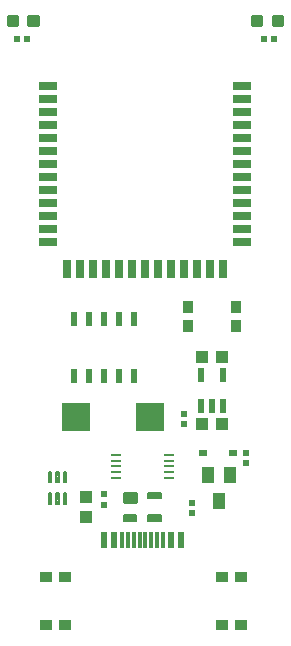
<source format=gbr>
G04 EAGLE Gerber RS-274X export*
G75*
%MOMM*%
%FSLAX34Y34*%
%LPD*%
%INSolderpaste Top*%
%IPPOS*%
%AMOC8*
5,1,8,0,0,1.08239X$1,22.5*%
G01*
%ADD10R,1.500000X0.650000*%
%ADD11R,0.650000X1.500000*%
%ADD12R,0.550000X1.200000*%
%ADD13R,2.368000X2.403600*%
%ADD14R,1.000000X0.900000*%
%ADD15R,0.900000X1.000000*%
%ADD16C,0.300000*%
%ADD17R,0.540000X0.600000*%
%ADD18R,1.100000X1.000000*%
%ADD19R,0.600000X0.540000*%
%ADD20R,0.600000X1.450000*%
%ADD21R,0.300000X1.450000*%
%ADD22C,0.200000*%
%ADD23R,1.000000X1.400000*%
%ADD24R,0.800000X0.600000*%
%ADD25C,0.247500*%
%ADD26C,0.147500*%
%ADD27R,0.508000X1.270000*%
%ADD28R,0.875000X0.250000*%
%ADD29R,1.000000X1.100000*%


D10*
X43100Y453400D03*
X43100Y442400D03*
X43100Y431400D03*
X43100Y420400D03*
X43100Y409400D03*
X43100Y398400D03*
X43100Y387400D03*
X43100Y376400D03*
X43100Y365400D03*
X43100Y354400D03*
X43100Y343400D03*
X43100Y332400D03*
D11*
X59300Y308900D03*
X70300Y308900D03*
X81300Y308900D03*
X92300Y308900D03*
X103300Y308900D03*
X114300Y308900D03*
X125300Y308900D03*
D10*
X43100Y464400D03*
X207000Y453400D03*
X207000Y442400D03*
X207000Y431400D03*
X207000Y420400D03*
X207000Y409400D03*
X207000Y398400D03*
X207000Y387400D03*
X207000Y376400D03*
X207000Y365400D03*
X207000Y354400D03*
X207000Y343400D03*
X207000Y332400D03*
X207000Y464400D03*
D11*
X136300Y308900D03*
X147300Y308900D03*
X158300Y308900D03*
X169300Y308900D03*
X180300Y308900D03*
X191300Y308900D03*
D12*
X172500Y192999D03*
X182000Y192999D03*
X191500Y192999D03*
X191500Y219001D03*
X172500Y219001D03*
D13*
X129000Y184000D03*
X66576Y184000D03*
D14*
X41000Y48500D03*
X57000Y48500D03*
X57000Y7500D03*
X41000Y7500D03*
D15*
X161500Y261000D03*
X161500Y277000D03*
X202500Y277000D03*
X202500Y261000D03*
D16*
X16730Y515500D02*
X16730Y522500D01*
X16730Y515500D02*
X9730Y515500D01*
X9730Y522500D01*
X16730Y522500D01*
X16730Y518350D02*
X9730Y518350D01*
X9730Y521200D02*
X16730Y521200D01*
X34270Y522500D02*
X34270Y515500D01*
X27270Y515500D01*
X27270Y522500D01*
X34270Y522500D01*
X34270Y518350D02*
X27270Y518350D01*
X27270Y521200D02*
X34270Y521200D01*
X234270Y522500D02*
X234270Y515500D01*
X234270Y522500D02*
X241270Y522500D01*
X241270Y515500D01*
X234270Y515500D01*
X234270Y518350D02*
X241270Y518350D01*
X241270Y521200D02*
X234270Y521200D01*
X216730Y522500D02*
X216730Y515500D01*
X216730Y522500D02*
X223730Y522500D01*
X223730Y515500D01*
X216730Y515500D01*
X216730Y518350D02*
X223730Y518350D01*
X223730Y521200D02*
X216730Y521200D01*
D17*
X225680Y504000D03*
X234320Y504000D03*
X25320Y504000D03*
X16680Y504000D03*
D18*
X173000Y178000D03*
X190000Y178000D03*
X173000Y235000D03*
X190000Y235000D03*
D14*
X190000Y48500D03*
X206000Y48500D03*
X206000Y7500D03*
X190000Y7500D03*
D19*
X158000Y186320D03*
X158000Y177680D03*
D20*
X90500Y79950D03*
X98500Y79950D03*
D21*
X120500Y79950D03*
X115500Y79950D03*
X110500Y79950D03*
X105500Y79950D03*
X125500Y79950D03*
X130500Y79950D03*
X135500Y79950D03*
X140500Y79950D03*
D20*
X147500Y79950D03*
X155500Y79950D03*
D19*
X90000Y118320D03*
X90000Y109680D03*
D22*
X56500Y128750D02*
X56500Y137650D01*
X58500Y137650D01*
X58500Y128750D01*
X56500Y128750D01*
X56500Y130650D02*
X58500Y130650D01*
X58500Y132550D02*
X56500Y132550D01*
X56500Y134450D02*
X58500Y134450D01*
X58500Y136350D02*
X56500Y136350D01*
X50000Y137650D02*
X50000Y128750D01*
X50000Y137650D02*
X52000Y137650D01*
X52000Y128750D01*
X50000Y128750D01*
X50000Y130650D02*
X52000Y130650D01*
X52000Y132550D02*
X50000Y132550D01*
X50000Y134450D02*
X52000Y134450D01*
X52000Y136350D02*
X50000Y136350D01*
X43500Y137650D02*
X43500Y128750D01*
X43500Y137650D02*
X45500Y137650D01*
X45500Y128750D01*
X43500Y128750D01*
X43500Y130650D02*
X45500Y130650D01*
X45500Y132550D02*
X43500Y132550D01*
X43500Y134450D02*
X45500Y134450D01*
X45500Y136350D02*
X43500Y136350D01*
X45500Y119250D02*
X45500Y110350D01*
X43500Y110350D01*
X43500Y119250D01*
X45500Y119250D01*
X45500Y112250D02*
X43500Y112250D01*
X43500Y114150D02*
X45500Y114150D01*
X45500Y116050D02*
X43500Y116050D01*
X43500Y117950D02*
X45500Y117950D01*
X52000Y119250D02*
X52000Y110350D01*
X50000Y110350D01*
X50000Y119250D01*
X52000Y119250D01*
X52000Y112250D02*
X50000Y112250D01*
X50000Y114150D02*
X52000Y114150D01*
X52000Y116050D02*
X50000Y116050D01*
X50000Y117950D02*
X52000Y117950D01*
X58500Y119250D02*
X58500Y110350D01*
X56500Y110350D01*
X56500Y119250D01*
X58500Y119250D01*
X58500Y112250D02*
X56500Y112250D01*
X56500Y114150D02*
X58500Y114150D01*
X58500Y116050D02*
X56500Y116050D01*
X56500Y117950D02*
X58500Y117950D01*
D19*
X165000Y111320D03*
X165000Y102680D03*
D23*
X188000Y113000D03*
X178500Y135000D03*
X197500Y135000D03*
D24*
X174500Y153000D03*
X199500Y153000D03*
D19*
X211000Y144680D03*
X211000Y153320D03*
D25*
X117413Y111887D02*
X107487Y111887D01*
X107487Y119313D01*
X117413Y119313D01*
X117413Y111887D01*
X117413Y114238D02*
X107487Y114238D01*
X107487Y116589D02*
X117413Y116589D01*
X117413Y118940D02*
X107487Y118940D01*
D26*
X106987Y96187D02*
X117913Y96187D01*
X106987Y96187D02*
X106987Y100613D01*
X117913Y100613D01*
X117913Y96187D01*
X117913Y97588D02*
X106987Y97588D01*
X106987Y98989D02*
X117913Y98989D01*
X117913Y100390D02*
X106987Y100390D01*
X128087Y96187D02*
X139013Y96187D01*
X128087Y96187D02*
X128087Y100613D01*
X139013Y100613D01*
X139013Y96187D01*
X139013Y97588D02*
X128087Y97588D01*
X128087Y98989D02*
X139013Y98989D01*
X139013Y100390D02*
X128087Y100390D01*
X128087Y115387D02*
X139013Y115387D01*
X128087Y115387D02*
X128087Y119813D01*
X139013Y119813D01*
X139013Y115387D01*
X139013Y116788D02*
X128087Y116788D01*
X128087Y118189D02*
X139013Y118189D01*
X139013Y119590D02*
X128087Y119590D01*
D27*
X90000Y267130D03*
X102700Y267130D03*
X115400Y267130D03*
X77300Y267130D03*
X64600Y267130D03*
X64600Y218870D03*
X77300Y218870D03*
X90000Y218870D03*
X102700Y218870D03*
X115400Y218870D03*
D28*
X145625Y132000D03*
X145625Y137000D03*
X145625Y142000D03*
X145625Y147000D03*
X145625Y152000D03*
X100375Y152000D03*
X100375Y147000D03*
X100375Y142000D03*
X100375Y137000D03*
X100375Y132000D03*
D29*
X75000Y99500D03*
X75000Y116500D03*
M02*

</source>
